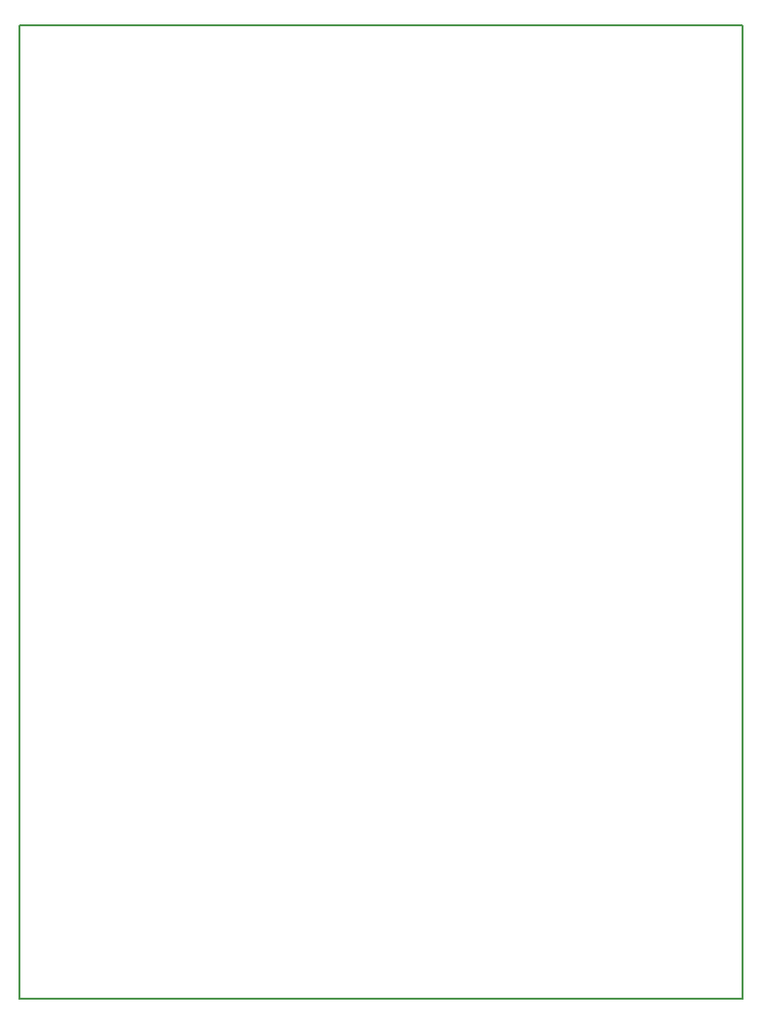
<source format=gbr>
G04 #@! TF.FileFunction,Profile,NP*
%FSLAX46Y46*%
G04 Gerber Fmt 4.6, Leading zero omitted, Abs format (unit mm)*
G04 Created by KiCad (PCBNEW 4.0.7) date Thursday, May 31, 2018 'PMt' 11:14:33 PM*
%MOMM*%
%LPD*%
G01*
G04 APERTURE LIST*
%ADD10C,0.100000*%
%ADD11C,0.150000*%
G04 APERTURE END LIST*
D10*
D11*
X44704000Y-115824000D02*
X44704000Y-31044000D01*
X107696000Y-115824000D02*
X44704000Y-115824000D01*
X107696000Y-31044000D02*
X107696000Y-115824000D01*
X44704000Y-31044000D02*
X107696000Y-31044000D01*
M02*

</source>
